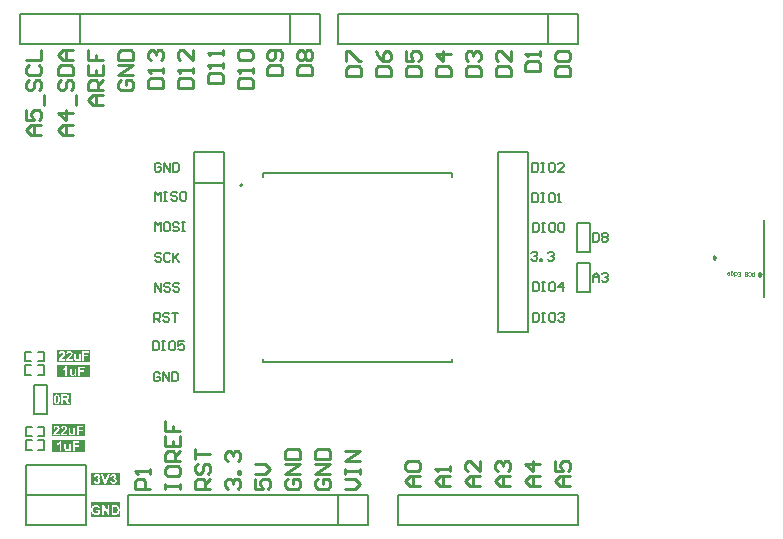
<source format=gto>
G04*
G04 #@! TF.GenerationSoftware,Altium Limited,Altium Designer,25.6.2 (33)*
G04*
G04 Layer_Color=65535*
%FSLAX44Y44*%
%MOMM*%
G71*
G04*
G04 #@! TF.SameCoordinates,9B6F8C68-430D-48FD-858A-4A9C4FCAB163*
G04*
G04*
G04 #@! TF.FilePolarity,Positive*
G04*
G01*
G75*
%ADD10C,0.2000*%
%ADD11C,0.1270*%
%ADD12C,0.2540*%
%ADD13C,0.1778*%
%ADD14C,0.1000*%
G36*
X104508Y70862D02*
Y66720D01*
X104496Y67131D01*
X104461Y67494D01*
X104449Y67670D01*
X104425Y67823D01*
X104402Y67976D01*
X104379Y68105D01*
X104343Y68222D01*
X104320Y68327D01*
X104296Y68421D01*
X104285Y68492D01*
X104261Y68551D01*
X104249Y68597D01*
X104238Y68621D01*
Y68633D01*
X104132Y68914D01*
X104003Y69172D01*
X103874Y69395D01*
X103745Y69583D01*
X103639Y69736D01*
X103545Y69853D01*
X103487Y69924D01*
X103475Y69947D01*
X103463D01*
X103264Y70135D01*
X103064Y70287D01*
X102853Y70416D01*
X102665Y70522D01*
X102501Y70604D01*
X102360Y70663D01*
X102313Y70675D01*
X102278Y70686D01*
X102255Y70698D01*
X102243D01*
X102020Y70757D01*
X101773Y70792D01*
X101515Y70827D01*
X101269Y70839D01*
X101046Y70851D01*
X100952Y70862D01*
X97713D01*
Y62742D01*
X100788D01*
X101104Y62754D01*
X101398Y62765D01*
X101644Y62789D01*
X101844Y62824D01*
X102008Y62859D01*
X102137Y62883D01*
X102172Y62894D01*
X102208D01*
X102219Y62906D01*
X102231D01*
X102489Y63000D01*
X102724Y63106D01*
X102912Y63211D01*
X103076Y63317D01*
X103205Y63411D01*
X103299Y63481D01*
X103358Y63528D01*
X103381Y63552D01*
X103581Y63774D01*
X103757Y64009D01*
X103909Y64255D01*
X104026Y64479D01*
X104120Y64690D01*
X104167Y64772D01*
X104191Y64842D01*
X104214Y64913D01*
X104238Y64960D01*
X104249Y64983D01*
Y64995D01*
X104332Y65276D01*
X104402Y65570D01*
X104449Y65851D01*
X104472Y66121D01*
X104484Y66251D01*
X104496Y66368D01*
Y66462D01*
X104508Y66556D01*
Y62742D01*
Y60452D01*
X80404D01*
Y62589D01*
Y66825D01*
X80428Y66391D01*
X80475Y65992D01*
X80557Y65628D01*
X80592Y65452D01*
X80639Y65300D01*
X80686Y65159D01*
X80721Y65030D01*
X80768Y64924D01*
X80803Y64831D01*
X80827Y64760D01*
X80850Y64701D01*
X80874Y64666D01*
Y64654D01*
X81073Y64303D01*
X81296Y63997D01*
X81531Y63727D01*
X81766Y63516D01*
X81871Y63422D01*
X81977Y63340D01*
X82059Y63270D01*
X82141Y63223D01*
X82200Y63176D01*
X82259Y63141D01*
X82282Y63129D01*
X82294Y63117D01*
X82481Y63023D01*
X82657Y62941D01*
X83045Y62812D01*
X83420Y62718D01*
X83760Y62660D01*
X83925Y62636D01*
X84066Y62613D01*
X84195Y62601D01*
X84312D01*
X84394Y62589D01*
X84523D01*
X84899Y62601D01*
X85251Y62648D01*
X85591Y62707D01*
X85885Y62777D01*
X86014Y62812D01*
X86131Y62847D01*
X86237Y62883D01*
X86330Y62906D01*
X86401Y62930D01*
X86448Y62953D01*
X86483Y62965D01*
X86495D01*
X86847Y63106D01*
X87140Y63258D01*
X87398Y63411D01*
X87621Y63540D01*
X87786Y63657D01*
X87844Y63704D01*
X87903Y63751D01*
X87938Y63786D01*
X87973Y63810D01*
X87997Y63833D01*
Y67095D01*
X84465D01*
Y65722D01*
X86342D01*
Y64678D01*
X86201Y64572D01*
X86049Y64479D01*
X85896Y64396D01*
X85755Y64326D01*
X85638Y64267D01*
X85533Y64220D01*
X85474Y64197D01*
X85462Y64185D01*
X85450D01*
X85263Y64115D01*
X85075Y64068D01*
X84899Y64033D01*
X84746Y64009D01*
X84605Y63997D01*
X84511Y63986D01*
X84418D01*
X84230Y63997D01*
X84042Y64021D01*
X83878Y64056D01*
X83714Y64103D01*
X83420Y64220D01*
X83303Y64279D01*
X83186Y64349D01*
X83080Y64420D01*
X82986Y64479D01*
X82916Y64549D01*
X82845Y64596D01*
X82798Y64643D01*
X82763Y64678D01*
X82740Y64701D01*
X82728Y64713D01*
X82622Y64854D01*
X82517Y65018D01*
X82435Y65183D01*
X82364Y65359D01*
X82247Y65722D01*
X82176Y66074D01*
X82153Y66239D01*
X82129Y66403D01*
X82118Y66532D01*
X82106Y66661D01*
X82094Y66755D01*
Y66837D01*
Y66884D01*
Y66896D01*
X82106Y67142D01*
X82118Y67365D01*
X82153Y67588D01*
X82188Y67788D01*
X82235Y67964D01*
X82294Y68128D01*
X82352Y68281D01*
X82411Y68421D01*
X82458Y68539D01*
X82517Y68644D01*
X82575Y68727D01*
X82622Y68797D01*
X82657Y68856D01*
X82693Y68891D01*
X82704Y68914D01*
X82716Y68926D01*
X82845Y69043D01*
X82974Y69161D01*
X83115Y69243D01*
X83256Y69325D01*
X83397Y69395D01*
X83538Y69454D01*
X83807Y69536D01*
X83937Y69560D01*
X84054Y69583D01*
X84159Y69595D01*
X84253Y69607D01*
X84324Y69618D01*
X84429D01*
X84688Y69607D01*
X84910Y69560D01*
X85110Y69513D01*
X85286Y69442D01*
X85415Y69384D01*
X85521Y69325D01*
X85579Y69278D01*
X85603Y69266D01*
X85767Y69125D01*
X85908Y68973D01*
X86025Y68820D01*
X86108Y68668D01*
X86178Y68527D01*
X86225Y68421D01*
X86248Y68351D01*
X86260Y68339D01*
Y68327D01*
X87891Y68633D01*
X87844Y68832D01*
X87774Y69032D01*
X87703Y69208D01*
X87610Y69372D01*
X87527Y69536D01*
X87434Y69677D01*
X87340Y69806D01*
X87246Y69924D01*
X87152Y70029D01*
X87070Y70123D01*
X86999Y70205D01*
X86929Y70264D01*
X86870Y70311D01*
X86823Y70358D01*
X86800Y70369D01*
X86788Y70381D01*
X86624Y70498D01*
X86448Y70592D01*
X86260Y70675D01*
X86060Y70745D01*
X85673Y70862D01*
X85298Y70933D01*
X85122Y70968D01*
X84958Y70980D01*
X84805Y70991D01*
X84676Y71003D01*
X84570Y71015D01*
X84429D01*
X84007Y71003D01*
X83631Y70956D01*
X83467Y70921D01*
X83303Y70886D01*
X83150Y70851D01*
X83021Y70815D01*
X82904Y70768D01*
X82787Y70733D01*
X82704Y70698D01*
X82622Y70675D01*
X82564Y70639D01*
X82517Y70627D01*
X82493Y70604D01*
X82481D01*
X82118Y70393D01*
X81965Y70264D01*
X81812Y70146D01*
X81672Y70017D01*
X81543Y69888D01*
X81425Y69759D01*
X81320Y69642D01*
X81237Y69524D01*
X81155Y69419D01*
X81085Y69325D01*
X81026Y69243D01*
X80991Y69172D01*
X80956Y69125D01*
X80944Y69090D01*
X80932Y69079D01*
X80838Y68891D01*
X80756Y68703D01*
X80627Y68316D01*
X80533Y67929D01*
X80475Y67588D01*
X80451Y67424D01*
X80428Y67283D01*
X80416Y67154D01*
Y67037D01*
X80404Y66955D01*
Y71015D01*
Y73152D01*
X104508D01*
Y70862D01*
D02*
G37*
G36*
X100576Y69478D02*
X100717D01*
X100835Y69466D01*
X100940D01*
X101046Y69454D01*
X101128D01*
X101257Y69431D01*
X101351Y69419D01*
X101410Y69407D01*
X101421D01*
X101586Y69360D01*
X101727Y69302D01*
X101856Y69243D01*
X101973Y69172D01*
X102055Y69114D01*
X102126Y69067D01*
X102161Y69032D01*
X102172Y69020D01*
X102278Y68903D01*
X102372Y68773D01*
X102454Y68644D01*
X102524Y68527D01*
X102571Y68410D01*
X102607Y68316D01*
X102630Y68257D01*
X102642Y68245D01*
Y68234D01*
X102701Y68022D01*
X102747Y67800D01*
X102771Y67553D01*
X102794Y67318D01*
X102806Y67119D01*
X102818Y67025D01*
Y66943D01*
Y66884D01*
Y66837D01*
Y66802D01*
Y66790D01*
X102806Y66462D01*
X102794Y66157D01*
X102759Y65910D01*
X102736Y65699D01*
X102701Y65523D01*
X102689Y65452D01*
X102665Y65406D01*
X102654Y65359D01*
Y65323D01*
X102642Y65312D01*
Y65300D01*
X102571Y65112D01*
X102513Y64948D01*
X102431Y64819D01*
X102372Y64713D01*
X102313Y64631D01*
X102266Y64572D01*
X102231Y64537D01*
X102219Y64525D01*
X102114Y64443D01*
X102008Y64373D01*
X101903Y64314D01*
X101797Y64267D01*
X101703Y64232D01*
X101633Y64209D01*
X101586Y64185D01*
X101562D01*
X101433Y64162D01*
X101281Y64150D01*
X101116Y64127D01*
X100952D01*
X100799Y64115D01*
X99356D01*
Y69489D01*
X100424D01*
X100576Y69478D01*
D02*
G37*
G36*
X104508Y87989D02*
X80404D01*
Y98149D01*
X104508D01*
Y87989D01*
D02*
G37*
G36*
X75015Y129036D02*
X47075D01*
Y139196D01*
X75015D01*
Y129036D01*
D02*
G37*
G36*
X79756Y179070D02*
X51816D01*
Y189230D01*
X79756D01*
Y179070D01*
D02*
G37*
G36*
X75015Y115829D02*
X47075D01*
Y125990D01*
X75015D01*
Y115829D01*
D02*
G37*
G36*
X79756Y192276D02*
X51816D01*
Y202436D01*
X79756D01*
Y192276D01*
D02*
G37*
G36*
X63246Y155448D02*
X48006D01*
Y165608D01*
X63246D01*
Y155448D01*
D02*
G37*
%LPC*%
G36*
X95976Y70862D02*
X94463D01*
Y65394D01*
X91107Y70862D01*
X89522D01*
Y62742D01*
X91036D01*
Y68093D01*
X94334Y62742D01*
X95976D01*
Y70862D01*
D02*
G37*
G36*
X96276Y97182D02*
X94527D01*
X92544Y91174D01*
X90479Y97182D01*
X88707D01*
X91617Y89062D01*
X93389D01*
X96276Y97182D01*
D02*
G37*
G36*
X99421Y97229D02*
X99315D01*
X99069Y97218D01*
X98846Y97194D01*
X98634Y97147D01*
X98458Y97100D01*
X98317Y97053D01*
X98200Y97006D01*
X98130Y96983D01*
X98118Y96971D01*
X98106D01*
X97919Y96865D01*
X97743Y96748D01*
X97602Y96631D01*
X97484Y96525D01*
X97390Y96419D01*
X97320Y96337D01*
X97273Y96290D01*
X97261Y96267D01*
X97156Y96091D01*
X97062Y95903D01*
X96992Y95704D01*
X96921Y95516D01*
X96874Y95340D01*
X96839Y95211D01*
X96827Y95152D01*
Y95117D01*
X96816Y95093D01*
Y95082D01*
X98247Y94847D01*
X98282Y95035D01*
X98329Y95199D01*
X98376Y95340D01*
X98435Y95445D01*
X98494Y95539D01*
X98540Y95610D01*
X98576Y95645D01*
X98587Y95657D01*
X98693Y95751D01*
X98810Y95821D01*
X98928Y95868D01*
X99033Y95903D01*
X99127Y95927D01*
X99198Y95938D01*
X99268D01*
X99409Y95927D01*
X99550Y95903D01*
X99655Y95856D01*
X99749Y95821D01*
X99831Y95774D01*
X99878Y95727D01*
X99914Y95704D01*
X99925Y95692D01*
X100007Y95598D01*
X100066Y95481D01*
X100113Y95375D01*
X100136Y95269D01*
X100160Y95176D01*
X100172Y95105D01*
Y95058D01*
Y95035D01*
X100160Y94859D01*
X100125Y94706D01*
X100066Y94577D01*
X100007Y94472D01*
X99937Y94378D01*
X99890Y94319D01*
X99843Y94272D01*
X99831Y94260D01*
X99691Y94166D01*
X99538Y94096D01*
X99374Y94049D01*
X99221Y94014D01*
X99080Y94002D01*
X98963Y93990D01*
X98857D01*
X98693Y92735D01*
X98846Y92770D01*
X98975Y92805D01*
X99104Y92829D01*
X99209Y92840D01*
X99291Y92852D01*
X99409D01*
X99573Y92840D01*
X99714Y92793D01*
X99843Y92746D01*
X99960Y92676D01*
X100042Y92617D01*
X100113Y92559D01*
X100160Y92512D01*
X100172Y92500D01*
X100277Y92359D01*
X100359Y92207D01*
X100418Y92054D01*
X100465Y91902D01*
X100489Y91761D01*
X100500Y91655D01*
Y91585D01*
Y91573D01*
Y91561D01*
X100489Y91338D01*
X100453Y91139D01*
X100395Y90963D01*
X100336Y90822D01*
X100266Y90716D01*
X100219Y90634D01*
X100172Y90576D01*
X100160Y90564D01*
X100031Y90447D01*
X99890Y90353D01*
X99761Y90294D01*
X99632Y90247D01*
X99515Y90224D01*
X99432Y90212D01*
X99374Y90200D01*
X99350D01*
X99186Y90212D01*
X99045Y90247D01*
X98916Y90294D01*
X98799Y90353D01*
X98716Y90400D01*
X98646Y90447D01*
X98599Y90482D01*
X98587Y90493D01*
X98482Y90623D01*
X98388Y90763D01*
X98329Y90916D01*
X98271Y91057D01*
X98235Y91186D01*
X98212Y91291D01*
X98200Y91362D01*
Y91374D01*
Y91385D01*
X96698Y91198D01*
X96722Y91010D01*
X96769Y90834D01*
X96874Y90505D01*
X97003Y90224D01*
X97085Y90106D01*
X97156Y89989D01*
X97226Y89883D01*
X97297Y89801D01*
X97355Y89719D01*
X97414Y89660D01*
X97461Y89613D01*
X97496Y89578D01*
X97520Y89555D01*
X97531Y89543D01*
X97672Y89437D01*
X97825Y89332D01*
X97965Y89249D01*
X98130Y89179D01*
X98435Y89062D01*
X98716Y88991D01*
X98857Y88968D01*
X98975Y88944D01*
X99080Y88933D01*
X99174Y88921D01*
X99256Y88909D01*
X99362D01*
X99573Y88921D01*
X99784Y88944D01*
X99972Y88980D01*
X100160Y89027D01*
X100324Y89085D01*
X100489Y89144D01*
X100641Y89214D01*
X100770Y89285D01*
X100887Y89355D01*
X101005Y89426D01*
X101087Y89484D01*
X101169Y89543D01*
X101228Y89590D01*
X101275Y89625D01*
X101298Y89649D01*
X101310Y89660D01*
X101451Y89801D01*
X101568Y89954D01*
X101674Y90106D01*
X101768Y90259D01*
X101838Y90423D01*
X101908Y90576D01*
X102002Y90857D01*
X102026Y90986D01*
X102049Y91115D01*
X102073Y91221D01*
X102084Y91315D01*
X102096Y91385D01*
Y91491D01*
X102073Y91761D01*
X102026Y91995D01*
X101967Y92218D01*
X101885Y92395D01*
X101803Y92547D01*
X101744Y92653D01*
X101697Y92723D01*
X101674Y92746D01*
X101509Y92922D01*
X101322Y93075D01*
X101134Y93192D01*
X100958Y93286D01*
X100805Y93357D01*
X100676Y93392D01*
X100629Y93415D01*
X100594D01*
X100571Y93427D01*
X100559D01*
X100770Y93556D01*
X100946Y93685D01*
X101099Y93826D01*
X101240Y93967D01*
X101357Y94108D01*
X101451Y94249D01*
X101521Y94389D01*
X101592Y94518D01*
X101638Y94648D01*
X101674Y94765D01*
X101697Y94871D01*
X101709Y94964D01*
X101721Y95035D01*
X101732Y95093D01*
Y95129D01*
Y95140D01*
X101721Y95281D01*
X101709Y95410D01*
X101638Y95668D01*
X101556Y95903D01*
X101451Y96103D01*
X101345Y96267D01*
X101251Y96384D01*
X101216Y96431D01*
X101181Y96466D01*
X101169Y96478D01*
X101157Y96490D01*
X101028Y96619D01*
X100876Y96736D01*
X100735Y96830D01*
X100582Y96912D01*
X100418Y96994D01*
X100266Y97053D01*
X99972Y97135D01*
X99843Y97170D01*
X99714Y97194D01*
X99608Y97206D01*
X99503Y97218D01*
X99421Y97229D01*
D02*
G37*
G36*
X85538D02*
X85433D01*
X85186Y97218D01*
X84963Y97194D01*
X84752Y97147D01*
X84576Y97100D01*
X84435Y97053D01*
X84318Y97006D01*
X84248Y96983D01*
X84236Y96971D01*
X84224D01*
X84036Y96865D01*
X83860Y96748D01*
X83719Y96631D01*
X83602Y96525D01*
X83508Y96419D01*
X83438Y96337D01*
X83391Y96290D01*
X83379Y96267D01*
X83273Y96091D01*
X83180Y95903D01*
X83109Y95704D01*
X83039Y95516D01*
X82992Y95340D01*
X82957Y95211D01*
X82945Y95152D01*
Y95117D01*
X82933Y95093D01*
Y95082D01*
X84365Y94847D01*
X84400Y95035D01*
X84447Y95199D01*
X84494Y95340D01*
X84553Y95445D01*
X84611Y95539D01*
X84658Y95610D01*
X84693Y95645D01*
X84705Y95657D01*
X84811Y95751D01*
X84928Y95821D01*
X85045Y95868D01*
X85151Y95903D01*
X85245Y95927D01*
X85315Y95938D01*
X85386D01*
X85527Y95927D01*
X85667Y95903D01*
X85773Y95856D01*
X85867Y95821D01*
X85949Y95774D01*
X85996Y95727D01*
X86031Y95704D01*
X86043Y95692D01*
X86125Y95598D01*
X86184Y95481D01*
X86231Y95375D01*
X86254Y95269D01*
X86278Y95176D01*
X86289Y95105D01*
Y95058D01*
Y95035D01*
X86278Y94859D01*
X86242Y94706D01*
X86184Y94577D01*
X86125Y94472D01*
X86055Y94378D01*
X86008Y94319D01*
X85961Y94272D01*
X85949Y94260D01*
X85808Y94166D01*
X85656Y94096D01*
X85491Y94049D01*
X85339Y94014D01*
X85198Y94002D01*
X85081Y93990D01*
X84975D01*
X84811Y92735D01*
X84963Y92770D01*
X85092Y92805D01*
X85222Y92829D01*
X85327Y92840D01*
X85409Y92852D01*
X85527D01*
X85691Y92840D01*
X85832Y92793D01*
X85961Y92746D01*
X86078Y92676D01*
X86160Y92617D01*
X86231Y92559D01*
X86278Y92512D01*
X86289Y92500D01*
X86395Y92359D01*
X86477Y92207D01*
X86536Y92054D01*
X86583Y91902D01*
X86606Y91761D01*
X86618Y91655D01*
Y91585D01*
Y91573D01*
Y91561D01*
X86606Y91338D01*
X86571Y91139D01*
X86512Y90963D01*
X86454Y90822D01*
X86383Y90716D01*
X86336Y90634D01*
X86289Y90576D01*
X86278Y90564D01*
X86149Y90447D01*
X86008Y90353D01*
X85879Y90294D01*
X85750Y90247D01*
X85632Y90224D01*
X85550Y90212D01*
X85491Y90200D01*
X85468D01*
X85304Y90212D01*
X85163Y90247D01*
X85034Y90294D01*
X84916Y90353D01*
X84834Y90400D01*
X84764Y90447D01*
X84717Y90482D01*
X84705Y90493D01*
X84600Y90623D01*
X84506Y90763D01*
X84447Y90916D01*
X84388Y91057D01*
X84353Y91186D01*
X84330Y91291D01*
X84318Y91362D01*
Y91374D01*
Y91385D01*
X82816Y91198D01*
X82839Y91010D01*
X82886Y90834D01*
X82992Y90505D01*
X83121Y90224D01*
X83203Y90106D01*
X83273Y89989D01*
X83344Y89883D01*
X83414Y89801D01*
X83473Y89719D01*
X83532Y89660D01*
X83579Y89613D01*
X83614Y89578D01*
X83637Y89555D01*
X83649Y89543D01*
X83790Y89437D01*
X83942Y89332D01*
X84083Y89249D01*
X84248Y89179D01*
X84553Y89062D01*
X84834Y88991D01*
X84975Y88968D01*
X85092Y88944D01*
X85198Y88933D01*
X85292Y88921D01*
X85374Y88909D01*
X85480D01*
X85691Y88921D01*
X85902Y88944D01*
X86090Y88980D01*
X86278Y89027D01*
X86442Y89085D01*
X86606Y89144D01*
X86759Y89214D01*
X86888Y89285D01*
X87005Y89355D01*
X87122Y89426D01*
X87205Y89484D01*
X87287Y89543D01*
X87346Y89590D01*
X87392Y89625D01*
X87416Y89649D01*
X87428Y89660D01*
X87569Y89801D01*
X87686Y89954D01*
X87791Y90106D01*
X87885Y90259D01*
X87956Y90423D01*
X88026Y90576D01*
X88120Y90857D01*
X88144Y90986D01*
X88167Y91115D01*
X88190Y91221D01*
X88202Y91315D01*
X88214Y91385D01*
Y91491D01*
X88190Y91761D01*
X88144Y91995D01*
X88085Y92218D01*
X88003Y92395D01*
X87921Y92547D01*
X87862Y92653D01*
X87815Y92723D01*
X87791Y92746D01*
X87627Y92922D01*
X87439Y93075D01*
X87252Y93192D01*
X87076Y93286D01*
X86923Y93357D01*
X86794Y93392D01*
X86747Y93415D01*
X86712D01*
X86688Y93427D01*
X86677D01*
X86888Y93556D01*
X87064Y93685D01*
X87216Y93826D01*
X87357Y93967D01*
X87475Y94108D01*
X87569Y94249D01*
X87639Y94389D01*
X87709Y94518D01*
X87756Y94648D01*
X87791Y94765D01*
X87815Y94871D01*
X87827Y94964D01*
X87838Y95035D01*
X87850Y95093D01*
Y95129D01*
Y95140D01*
X87838Y95281D01*
X87827Y95410D01*
X87756Y95668D01*
X87674Y95903D01*
X87569Y96103D01*
X87463Y96267D01*
X87369Y96384D01*
X87334Y96431D01*
X87299Y96466D01*
X87287Y96478D01*
X87275Y96490D01*
X87146Y96619D01*
X86994Y96736D01*
X86853Y96830D01*
X86700Y96912D01*
X86536Y96994D01*
X86383Y97053D01*
X86090Y97135D01*
X85961Y97170D01*
X85832Y97194D01*
X85726Y97206D01*
X85620Y97218D01*
X85538Y97229D01*
D02*
G37*
G36*
X66695Y135988D02*
X65135D01*
Y133500D01*
Y133277D01*
Y133077D01*
X65123Y132890D01*
X65111Y132725D01*
Y132573D01*
X65100Y132444D01*
X65088Y132338D01*
X65076Y132233D01*
X65064Y132150D01*
X65052Y132092D01*
X65041Y132033D01*
Y131986D01*
X65017Y131927D01*
Y131916D01*
X64970Y131798D01*
X64900Y131693D01*
X64830Y131610D01*
X64759Y131528D01*
X64689Y131458D01*
X64630Y131411D01*
X64595Y131388D01*
X64583Y131376D01*
X64466Y131305D01*
X64337Y131258D01*
X64219Y131212D01*
X64102Y131188D01*
X64008Y131176D01*
X63938Y131165D01*
X63867D01*
X63738Y131176D01*
X63633Y131188D01*
X63527Y131212D01*
X63445Y131247D01*
X63374Y131270D01*
X63327Y131294D01*
X63292Y131305D01*
X63281Y131317D01*
X63198Y131388D01*
X63140Y131458D01*
X63081Y131528D01*
X63046Y131599D01*
X63011Y131669D01*
X62987Y131716D01*
X62976Y131751D01*
Y131763D01*
X62964Y131822D01*
X62952Y131904D01*
X62940Y132009D01*
X62929Y132115D01*
X62917Y132361D01*
X62905Y132631D01*
X62893Y132878D01*
Y132984D01*
Y133077D01*
Y133160D01*
Y133218D01*
Y133265D01*
Y133277D01*
Y135988D01*
X61333D01*
Y132256D01*
X61344Y131963D01*
X61368Y131704D01*
X61403Y131481D01*
X61438Y131294D01*
X61473Y131141D01*
X61509Y131035D01*
X61532Y130977D01*
X61544Y130953D01*
X61638Y130789D01*
X61743Y130637D01*
X61849Y130519D01*
X61966Y130414D01*
X62060Y130331D01*
X62154Y130273D01*
X62201Y130238D01*
X62224Y130226D01*
X62400Y130144D01*
X62588Y130073D01*
X62764Y130026D01*
X62940Y130003D01*
X63081Y129979D01*
X63187Y129968D01*
X63292D01*
X63503Y129979D01*
X63703Y130003D01*
X63891Y130050D01*
X64055Y130097D01*
X64196Y130144D01*
X64302Y130191D01*
X64372Y130214D01*
X64395Y130226D01*
X64583Y130331D01*
X64747Y130461D01*
X64900Y130578D01*
X65017Y130707D01*
X65123Y130813D01*
X65193Y130895D01*
X65240Y130953D01*
X65252Y130977D01*
Y130097D01*
X66695D01*
Y135988D01*
D02*
G37*
G36*
X73889Y138217D02*
X68315D01*
Y130097D01*
X69958D01*
Y133547D01*
X73349D01*
Y134920D01*
X69958D01*
Y136844D01*
X73889D01*
Y138217D01*
D02*
G37*
G36*
X57507Y138264D02*
X57390D01*
X57190Y138252D01*
X57003Y138241D01*
X56639Y138182D01*
X56334Y138088D01*
X56193Y138041D01*
X56064Y137983D01*
X55946Y137936D01*
X55852Y137877D01*
X55759Y137830D01*
X55688Y137795D01*
X55630Y137748D01*
X55594Y137724D01*
X55571Y137713D01*
X55559Y137701D01*
X55430Y137584D01*
X55313Y137466D01*
X55207Y137325D01*
X55113Y137173D01*
X54972Y136868D01*
X54855Y136574D01*
X54820Y136422D01*
X54785Y136293D01*
X54749Y136175D01*
X54738Y136070D01*
X54714Y135976D01*
Y135917D01*
X54702Y135870D01*
Y135858D01*
X56251Y135706D01*
X56275Y135941D01*
X56322Y136140D01*
X56369Y136316D01*
X56427Y136445D01*
X56474Y136551D01*
X56521Y136621D01*
X56557Y136668D01*
X56568Y136680D01*
X56686Y136774D01*
X56815Y136844D01*
X56944Y136903D01*
X57073Y136938D01*
X57179Y136962D01*
X57272Y136973D01*
X57354D01*
X57530Y136962D01*
X57683Y136926D01*
X57812Y136879D01*
X57930Y136833D01*
X58012Y136786D01*
X58082Y136739D01*
X58117Y136703D01*
X58129Y136692D01*
X58223Y136574D01*
X58293Y136445D01*
X58340Y136316D01*
X58375Y136187D01*
X58399Y136070D01*
X58411Y135964D01*
Y135905D01*
Y135894D01*
Y135882D01*
X58399Y135706D01*
X58364Y135542D01*
X58305Y135377D01*
X58246Y135237D01*
X58188Y135107D01*
X58129Y135014D01*
X58094Y134955D01*
X58082Y134931D01*
X58035Y134861D01*
X57965Y134779D01*
X57871Y134673D01*
X57777Y134579D01*
X57566Y134356D01*
X57354Y134134D01*
X57143Y133922D01*
X57049Y133828D01*
X56955Y133758D01*
X56885Y133688D01*
X56838Y133641D01*
X56803Y133605D01*
X56791Y133594D01*
X56557Y133371D01*
X56345Y133160D01*
X56146Y132960D01*
X55970Y132784D01*
X55806Y132608D01*
X55665Y132444D01*
X55536Y132303D01*
X55430Y132162D01*
X55336Y132045D01*
X55254Y131939D01*
X55184Y131857D01*
X55137Y131775D01*
X55090Y131728D01*
X55066Y131681D01*
X55043Y131657D01*
Y131646D01*
X54890Y131376D01*
X54773Y131094D01*
X54679Y130836D01*
X54609Y130601D01*
X54562Y130390D01*
X54550Y130308D01*
X54538Y130238D01*
X54526Y130179D01*
X54515Y130132D01*
Y130097D01*
X59971D01*
Y131540D01*
X56873D01*
X56967Y131693D01*
X57073Y131822D01*
X57120Y131880D01*
X57155Y131927D01*
X57179Y131951D01*
X57190Y131963D01*
X57237Y132009D01*
X57284Y132068D01*
X57425Y132197D01*
X57578Y132350D01*
X57730Y132502D01*
X57883Y132643D01*
X58012Y132760D01*
X58059Y132808D01*
X58094Y132843D01*
X58117Y132854D01*
X58129Y132866D01*
X58387Y133113D01*
X58598Y133312D01*
X58774Y133500D01*
X58915Y133641D01*
X59021Y133758D01*
X59091Y133840D01*
X59138Y133899D01*
X59150Y133911D01*
X59303Y134110D01*
X59432Y134298D01*
X59537Y134474D01*
X59619Y134626D01*
X59690Y134755D01*
X59737Y134861D01*
X59760Y134920D01*
X59772Y134943D01*
X59842Y135131D01*
X59889Y135319D01*
X59924Y135495D01*
X59948Y135659D01*
X59960Y135788D01*
X59971Y135894D01*
Y135988D01*
X59960Y136164D01*
X59936Y136340D01*
X59913Y136504D01*
X59866Y136657D01*
X59748Y136926D01*
X59631Y137161D01*
X59561Y137267D01*
X59502Y137349D01*
X59443Y137431D01*
X59385Y137490D01*
X59338Y137537D01*
X59314Y137584D01*
X59291Y137595D01*
X59279Y137607D01*
X59150Y137724D01*
X58997Y137830D01*
X58857Y137912D01*
X58692Y137983D01*
X58387Y138100D01*
X58082Y138182D01*
X57941Y138205D01*
X57812Y138229D01*
X57695Y138241D01*
X57589Y138252D01*
X57507Y138264D01*
D02*
G37*
G36*
X51194D02*
X51076D01*
X50877Y138252D01*
X50689Y138241D01*
X50325Y138182D01*
X50020Y138088D01*
X49879Y138041D01*
X49750Y137983D01*
X49633Y137936D01*
X49539Y137877D01*
X49445Y137830D01*
X49375Y137795D01*
X49316Y137748D01*
X49281Y137724D01*
X49257Y137713D01*
X49246Y137701D01*
X49117Y137584D01*
X48999Y137466D01*
X48894Y137325D01*
X48800Y137173D01*
X48659Y136868D01*
X48542Y136574D01*
X48506Y136422D01*
X48471Y136293D01*
X48436Y136175D01*
X48424Y136070D01*
X48401Y135976D01*
Y135917D01*
X48389Y135870D01*
Y135858D01*
X49938Y135706D01*
X49962Y135941D01*
X50009Y136140D01*
X50055Y136316D01*
X50114Y136445D01*
X50161Y136551D01*
X50208Y136621D01*
X50243Y136668D01*
X50255Y136680D01*
X50372Y136774D01*
X50501Y136844D01*
X50630Y136903D01*
X50760Y136938D01*
X50865Y136962D01*
X50959Y136973D01*
X51041D01*
X51217Y136962D01*
X51370Y136926D01*
X51499Y136879D01*
X51616Y136833D01*
X51698Y136786D01*
X51769Y136739D01*
X51804Y136703D01*
X51816Y136692D01*
X51909Y136574D01*
X51980Y136445D01*
X52027Y136316D01*
X52062Y136187D01*
X52086Y136070D01*
X52097Y135964D01*
Y135905D01*
Y135894D01*
Y135882D01*
X52086Y135706D01*
X52050Y135542D01*
X51992Y135377D01*
X51933Y135237D01*
X51874Y135107D01*
X51816Y135014D01*
X51781Y134955D01*
X51769Y134931D01*
X51722Y134861D01*
X51651Y134779D01*
X51557Y134673D01*
X51464Y134579D01*
X51252Y134356D01*
X51041Y134134D01*
X50830Y133922D01*
X50736Y133828D01*
X50642Y133758D01*
X50572Y133688D01*
X50525Y133641D01*
X50490Y133605D01*
X50478Y133594D01*
X50243Y133371D01*
X50032Y133160D01*
X49833Y132960D01*
X49657Y132784D01*
X49492Y132608D01*
X49351Y132444D01*
X49222Y132303D01*
X49117Y132162D01*
X49023Y132045D01*
X48941Y131939D01*
X48870Y131857D01*
X48823Y131775D01*
X48776Y131728D01*
X48753Y131681D01*
X48729Y131657D01*
Y131646D01*
X48577Y131376D01*
X48460Y131094D01*
X48366Y130836D01*
X48295Y130601D01*
X48248Y130390D01*
X48237Y130308D01*
X48225Y130238D01*
X48213Y130179D01*
X48201Y130132D01*
Y130097D01*
X53658D01*
Y131540D01*
X50560D01*
X50654Y131693D01*
X50760Y131822D01*
X50806Y131880D01*
X50842Y131927D01*
X50865Y131951D01*
X50877Y131963D01*
X50924Y132009D01*
X50971Y132068D01*
X51112Y132197D01*
X51264Y132350D01*
X51417Y132502D01*
X51569Y132643D01*
X51698Y132760D01*
X51745Y132808D01*
X51781Y132843D01*
X51804Y132854D01*
X51816Y132866D01*
X52074Y133113D01*
X52285Y133312D01*
X52461Y133500D01*
X52602Y133641D01*
X52708Y133758D01*
X52778Y133840D01*
X52825Y133899D01*
X52837Y133911D01*
X52989Y134110D01*
X53118Y134298D01*
X53224Y134474D01*
X53306Y134626D01*
X53376Y134755D01*
X53423Y134861D01*
X53447Y134920D01*
X53458Y134943D01*
X53529Y135131D01*
X53576Y135319D01*
X53611Y135495D01*
X53635Y135659D01*
X53646Y135788D01*
X53658Y135894D01*
Y135988D01*
X53646Y136164D01*
X53623Y136340D01*
X53599Y136504D01*
X53552Y136657D01*
X53435Y136926D01*
X53318Y137161D01*
X53247Y137267D01*
X53189Y137349D01*
X53130Y137431D01*
X53071Y137490D01*
X53024Y137537D01*
X53001Y137584D01*
X52977Y137595D01*
X52966Y137607D01*
X52837Y137724D01*
X52684Y137830D01*
X52543Y137912D01*
X52379Y137983D01*
X52074Y138100D01*
X51769Y138182D01*
X51628Y138205D01*
X51499Y138229D01*
X51382Y138241D01*
X51276Y138252D01*
X51194Y138264D01*
D02*
G37*
G36*
X67975Y186022D02*
X66414D01*
Y183534D01*
Y183311D01*
Y183111D01*
X66402Y182924D01*
X66390Y182759D01*
Y182607D01*
X66379Y182478D01*
X66367Y182372D01*
X66355Y182267D01*
X66343Y182184D01*
X66332Y182126D01*
X66320Y182067D01*
Y182020D01*
X66297Y181961D01*
Y181950D01*
X66249Y181832D01*
X66179Y181727D01*
X66109Y181645D01*
X66038Y181562D01*
X65968Y181492D01*
X65909Y181445D01*
X65874Y181422D01*
X65862Y181410D01*
X65745Y181339D01*
X65616Y181293D01*
X65498Y181246D01*
X65381Y181222D01*
X65287Y181210D01*
X65217Y181199D01*
X65146D01*
X65017Y181210D01*
X64912Y181222D01*
X64806Y181246D01*
X64724Y181281D01*
X64654Y181304D01*
X64607Y181328D01*
X64571Y181339D01*
X64560Y181351D01*
X64478Y181422D01*
X64419Y181492D01*
X64360Y181562D01*
X64325Y181633D01*
X64290Y181703D01*
X64266Y181750D01*
X64255Y181785D01*
Y181797D01*
X64243Y181856D01*
X64231Y181938D01*
X64219Y182044D01*
X64208Y182149D01*
X64196Y182396D01*
X64184Y182666D01*
X64173Y182912D01*
Y183018D01*
Y183111D01*
Y183194D01*
Y183252D01*
Y183299D01*
Y183311D01*
Y186022D01*
X62612D01*
Y182290D01*
X62624Y181997D01*
X62647Y181738D01*
X62682Y181516D01*
X62717Y181328D01*
X62753Y181175D01*
X62788Y181070D01*
X62811Y181011D01*
X62823Y180987D01*
X62917Y180823D01*
X63022Y180671D01*
X63128Y180553D01*
X63245Y180448D01*
X63339Y180366D01*
X63433Y180307D01*
X63480Y180272D01*
X63504Y180260D01*
X63680Y180178D01*
X63867Y180107D01*
X64043Y180060D01*
X64219Y180037D01*
X64360Y180014D01*
X64466Y180002D01*
X64571D01*
X64783Y180014D01*
X64982Y180037D01*
X65170Y180084D01*
X65334Y180131D01*
X65475Y180178D01*
X65581Y180225D01*
X65651Y180248D01*
X65675Y180260D01*
X65862Y180366D01*
X66027Y180495D01*
X66179Y180612D01*
X66297Y180741D01*
X66402Y180847D01*
X66473Y180929D01*
X66519Y180987D01*
X66531Y181011D01*
Y180131D01*
X67975D01*
Y186022D01*
D02*
G37*
G36*
X75168Y188251D02*
X69594D01*
Y180131D01*
X71237D01*
Y183581D01*
X74628D01*
Y184954D01*
X71237D01*
Y186878D01*
X75168D01*
Y188251D01*
D02*
G37*
G36*
X59971Y188298D02*
X58704D01*
X58587Y188028D01*
X58434Y187782D01*
X58270Y187547D01*
X58106Y187360D01*
X57965Y187207D01*
X57836Y187090D01*
X57789Y187043D01*
X57754Y187007D01*
X57730Y186996D01*
X57718Y186984D01*
X57460Y186796D01*
X57214Y186632D01*
X56991Y186503D01*
X56791Y186409D01*
X56627Y186339D01*
X56510Y186280D01*
X56463Y186268D01*
X56427Y186256D01*
X56416Y186245D01*
X56404D01*
Y184837D01*
X56827Y185001D01*
X57202Y185177D01*
X57378Y185271D01*
X57542Y185376D01*
X57695Y185470D01*
X57836Y185564D01*
X57965Y185658D01*
X58082Y185740D01*
X58176Y185811D01*
X58258Y185881D01*
X58328Y185940D01*
X58376Y185975D01*
X58399Y185998D01*
X58411Y186010D01*
Y180131D01*
X59971D01*
Y188298D01*
D02*
G37*
G36*
X63234Y122781D02*
X61673D01*
Y120293D01*
Y120070D01*
Y119871D01*
X61661Y119683D01*
X61649Y119519D01*
Y119366D01*
X61638Y119237D01*
X61626Y119132D01*
X61614Y119026D01*
X61603Y118944D01*
X61591Y118885D01*
X61579Y118827D01*
Y118780D01*
X61556Y118721D01*
Y118709D01*
X61509Y118592D01*
X61438Y118486D01*
X61368Y118404D01*
X61297Y118322D01*
X61227Y118252D01*
X61168Y118205D01*
X61133Y118181D01*
X61121Y118169D01*
X61004Y118099D01*
X60875Y118052D01*
X60758Y118005D01*
X60640Y117982D01*
X60546Y117970D01*
X60476Y117958D01*
X60406D01*
X60276Y117970D01*
X60171Y117982D01*
X60065Y118005D01*
X59983Y118040D01*
X59913Y118064D01*
X59866Y118087D01*
X59830Y118099D01*
X59819Y118111D01*
X59737Y118181D01*
X59678Y118252D01*
X59619Y118322D01*
X59584Y118392D01*
X59549Y118463D01*
X59525Y118510D01*
X59514Y118545D01*
Y118557D01*
X59502Y118615D01*
X59490Y118698D01*
X59479Y118803D01*
X59467Y118909D01*
X59455Y119155D01*
X59443Y119425D01*
X59432Y119671D01*
Y119777D01*
Y119871D01*
Y119953D01*
Y120012D01*
Y120059D01*
Y120070D01*
Y122781D01*
X57871D01*
Y119050D01*
X57883Y118756D01*
X57906Y118498D01*
X57941Y118275D01*
X57976Y118087D01*
X58012Y117935D01*
X58047Y117829D01*
X58070Y117771D01*
X58082Y117747D01*
X58176Y117583D01*
X58281Y117430D01*
X58387Y117313D01*
X58505Y117207D01*
X58598Y117125D01*
X58692Y117066D01*
X58739Y117031D01*
X58763Y117019D01*
X58939Y116937D01*
X59127Y116867D01*
X59303Y116820D01*
X59479Y116797D01*
X59619Y116773D01*
X59725Y116761D01*
X59830D01*
X60042Y116773D01*
X60241Y116797D01*
X60429Y116843D01*
X60593Y116890D01*
X60734Y116937D01*
X60840Y116984D01*
X60910Y117008D01*
X60934Y117019D01*
X61121Y117125D01*
X61286Y117254D01*
X61438Y117372D01*
X61556Y117501D01*
X61661Y117606D01*
X61732Y117688D01*
X61778Y117747D01*
X61790Y117771D01*
Y116890D01*
X63234D01*
Y122781D01*
D02*
G37*
G36*
X70427Y125011D02*
X64853D01*
Y116890D01*
X66496D01*
Y120340D01*
X69887D01*
Y121713D01*
X66496D01*
Y123638D01*
X70427D01*
Y125011D01*
D02*
G37*
G36*
X55230Y125058D02*
X53963D01*
X53846Y124788D01*
X53693Y124541D01*
X53529Y124307D01*
X53365Y124119D01*
X53224Y123966D01*
X53095Y123849D01*
X53048Y123802D01*
X53013Y123767D01*
X52989Y123755D01*
X52977Y123743D01*
X52719Y123556D01*
X52473Y123391D01*
X52250Y123262D01*
X52050Y123168D01*
X51886Y123098D01*
X51769Y123039D01*
X51722Y123028D01*
X51687Y123016D01*
X51675Y123004D01*
X51663D01*
Y121596D01*
X52086Y121760D01*
X52461Y121936D01*
X52637Y122030D01*
X52801Y122136D01*
X52954Y122230D01*
X53095Y122324D01*
X53224Y122417D01*
X53341Y122500D01*
X53435Y122570D01*
X53517Y122640D01*
X53588Y122699D01*
X53635Y122734D01*
X53658Y122758D01*
X53670Y122769D01*
Y116890D01*
X55230D01*
Y125058D01*
D02*
G37*
G36*
X71436Y199228D02*
X69876D01*
Y196740D01*
Y196517D01*
Y196318D01*
X69864Y196130D01*
X69852Y195966D01*
Y195813D01*
X69840Y195684D01*
X69829Y195579D01*
X69817Y195473D01*
X69805Y195391D01*
X69793Y195332D01*
X69782Y195273D01*
Y195226D01*
X69758Y195168D01*
Y195156D01*
X69711Y195039D01*
X69641Y194933D01*
X69570Y194851D01*
X69500Y194769D01*
X69430Y194698D01*
X69371Y194652D01*
X69336Y194628D01*
X69324Y194616D01*
X69207Y194546D01*
X69078Y194499D01*
X68960Y194452D01*
X68843Y194429D01*
X68749Y194417D01*
X68679Y194405D01*
X68608D01*
X68479Y194417D01*
X68373Y194429D01*
X68268Y194452D01*
X68186Y194487D01*
X68115Y194511D01*
X68068Y194534D01*
X68033Y194546D01*
X68021Y194558D01*
X67939Y194628D01*
X67881Y194698D01*
X67822Y194769D01*
X67787Y194839D01*
X67752Y194910D01*
X67728Y194957D01*
X67716Y194992D01*
Y195004D01*
X67705Y195062D01*
X67693Y195144D01*
X67681Y195250D01*
X67669Y195356D01*
X67658Y195602D01*
X67646Y195872D01*
X67634Y196118D01*
Y196224D01*
Y196318D01*
Y196400D01*
Y196459D01*
Y196506D01*
Y196517D01*
Y199228D01*
X66073D01*
Y195496D01*
X66085Y195203D01*
X66109Y194945D01*
X66144Y194722D01*
X66179Y194534D01*
X66214Y194382D01*
X66249Y194276D01*
X66273Y194217D01*
X66285Y194194D01*
X66379Y194030D01*
X66484Y193877D01*
X66590Y193760D01*
X66707Y193654D01*
X66801Y193572D01*
X66895Y193513D01*
X66942Y193478D01*
X66965Y193466D01*
X67141Y193384D01*
X67329Y193314D01*
X67505Y193267D01*
X67681Y193243D01*
X67822Y193220D01*
X67928Y193208D01*
X68033D01*
X68244Y193220D01*
X68444Y193243D01*
X68632Y193290D01*
X68796Y193337D01*
X68937Y193384D01*
X69042Y193431D01*
X69113Y193455D01*
X69136Y193466D01*
X69324Y193572D01*
X69488Y193701D01*
X69641Y193818D01*
X69758Y193947D01*
X69864Y194053D01*
X69934Y194135D01*
X69981Y194194D01*
X69993Y194217D01*
Y193337D01*
X71436D01*
Y199228D01*
D02*
G37*
G36*
X78630Y201458D02*
X73056D01*
Y193337D01*
X74699D01*
Y196787D01*
X78090D01*
Y198160D01*
X74699D01*
Y200085D01*
X78630D01*
Y201458D01*
D02*
G37*
G36*
X62248Y201505D02*
X62131D01*
X61931Y201493D01*
X61743Y201481D01*
X61380Y201423D01*
X61075Y201329D01*
X60934Y201282D01*
X60805Y201223D01*
X60687Y201176D01*
X60593Y201117D01*
X60500Y201070D01*
X60429Y201035D01*
X60370Y200988D01*
X60335Y200965D01*
X60312Y200953D01*
X60300Y200941D01*
X60171Y200824D01*
X60054Y200707D01*
X59948Y200566D01*
X59854Y200413D01*
X59713Y200108D01*
X59596Y199815D01*
X59561Y199662D01*
X59525Y199533D01*
X59490Y199416D01*
X59479Y199310D01*
X59455Y199216D01*
Y199158D01*
X59443Y199111D01*
Y199099D01*
X60992Y198946D01*
X61016Y199181D01*
X61063Y199381D01*
X61110Y199557D01*
X61168Y199686D01*
X61215Y199791D01*
X61262Y199862D01*
X61297Y199909D01*
X61309Y199920D01*
X61427Y200014D01*
X61556Y200085D01*
X61685Y200143D01*
X61814Y200179D01*
X61919Y200202D01*
X62013Y200214D01*
X62095D01*
X62271Y200202D01*
X62424Y200167D01*
X62553Y200120D01*
X62670Y200073D01*
X62753Y200026D01*
X62823Y199979D01*
X62858Y199944D01*
X62870Y199932D01*
X62964Y199815D01*
X63034Y199686D01*
X63081Y199557D01*
X63116Y199428D01*
X63140Y199310D01*
X63151Y199205D01*
Y199146D01*
Y199134D01*
Y199123D01*
X63140Y198946D01*
X63105Y198782D01*
X63046Y198618D01*
X62987Y198477D01*
X62929Y198348D01*
X62870Y198254D01*
X62835Y198195D01*
X62823Y198172D01*
X62776Y198102D01*
X62706Y198019D01*
X62612Y197914D01*
X62518Y197820D01*
X62307Y197597D01*
X62095Y197374D01*
X61884Y197163D01*
X61790Y197069D01*
X61696Y196999D01*
X61626Y196928D01*
X61579Y196881D01*
X61544Y196846D01*
X61532Y196834D01*
X61297Y196611D01*
X61086Y196400D01*
X60887Y196201D01*
X60711Y196024D01*
X60546Y195849D01*
X60406Y195684D01*
X60276Y195543D01*
X60171Y195403D01*
X60077Y195285D01*
X59995Y195180D01*
X59925Y195097D01*
X59878Y195015D01*
X59831Y194968D01*
X59807Y194921D01*
X59784Y194898D01*
Y194886D01*
X59631Y194616D01*
X59514Y194335D01*
X59420Y194076D01*
X59349Y193842D01*
X59303Y193631D01*
X59291Y193548D01*
X59279Y193478D01*
X59267Y193419D01*
X59256Y193372D01*
Y193337D01*
X64712D01*
Y194781D01*
X61614D01*
X61708Y194933D01*
X61814Y195062D01*
X61861Y195121D01*
X61896Y195168D01*
X61919Y195191D01*
X61931Y195203D01*
X61978Y195250D01*
X62025Y195309D01*
X62166Y195438D01*
X62318Y195590D01*
X62471Y195743D01*
X62624Y195884D01*
X62753Y196001D01*
X62800Y196048D01*
X62835Y196083D01*
X62858Y196095D01*
X62870Y196107D01*
X63128Y196353D01*
X63339Y196553D01*
X63515Y196740D01*
X63656Y196881D01*
X63762Y196999D01*
X63832Y197081D01*
X63879Y197139D01*
X63891Y197151D01*
X64043Y197351D01*
X64173Y197538D01*
X64278Y197714D01*
X64360Y197867D01*
X64431Y197996D01*
X64478Y198102D01*
X64501Y198160D01*
X64513Y198184D01*
X64583Y198371D01*
X64630Y198559D01*
X64665Y198735D01*
X64689Y198899D01*
X64700Y199029D01*
X64712Y199134D01*
Y199228D01*
X64700Y199404D01*
X64677Y199580D01*
X64654Y199744D01*
X64607Y199897D01*
X64489Y200167D01*
X64372Y200402D01*
X64302Y200507D01*
X64243Y200589D01*
X64184Y200672D01*
X64125Y200730D01*
X64079Y200777D01*
X64055Y200824D01*
X64032Y200836D01*
X64020Y200847D01*
X63891Y200965D01*
X63738Y201070D01*
X63597Y201153D01*
X63433Y201223D01*
X63128Y201340D01*
X62823Y201423D01*
X62682Y201446D01*
X62553Y201469D01*
X62436Y201481D01*
X62330Y201493D01*
X62248Y201505D01*
D02*
G37*
G36*
X55935D02*
X55817D01*
X55618Y201493D01*
X55430Y201481D01*
X55066Y201423D01*
X54761Y201329D01*
X54620Y201282D01*
X54491Y201223D01*
X54374Y201176D01*
X54280Y201117D01*
X54186Y201070D01*
X54116Y201035D01*
X54057Y200988D01*
X54022Y200965D01*
X53998Y200953D01*
X53987Y200941D01*
X53858Y200824D01*
X53740Y200707D01*
X53635Y200566D01*
X53541Y200413D01*
X53400Y200108D01*
X53283Y199815D01*
X53247Y199662D01*
X53212Y199533D01*
X53177Y199416D01*
X53165Y199310D01*
X53142Y199216D01*
Y199158D01*
X53130Y199111D01*
Y199099D01*
X54679Y198946D01*
X54703Y199181D01*
X54749Y199381D01*
X54796Y199557D01*
X54855Y199686D01*
X54902Y199791D01*
X54949Y199862D01*
X54984Y199909D01*
X54996Y199920D01*
X55113Y200014D01*
X55242Y200085D01*
X55371Y200143D01*
X55500Y200179D01*
X55606Y200202D01*
X55700Y200214D01*
X55782D01*
X55958Y200202D01*
X56111Y200167D01*
X56240Y200120D01*
X56357Y200073D01*
X56439Y200026D01*
X56510Y199979D01*
X56545Y199944D01*
X56557Y199932D01*
X56651Y199815D01*
X56721Y199686D01*
X56768Y199557D01*
X56803Y199428D01*
X56827Y199310D01*
X56838Y199205D01*
Y199146D01*
Y199134D01*
Y199123D01*
X56827Y198946D01*
X56791Y198782D01*
X56733Y198618D01*
X56674Y198477D01*
X56615Y198348D01*
X56557Y198254D01*
X56521Y198195D01*
X56510Y198172D01*
X56463Y198102D01*
X56392Y198019D01*
X56298Y197914D01*
X56205Y197820D01*
X55993Y197597D01*
X55782Y197374D01*
X55571Y197163D01*
X55477Y197069D01*
X55383Y196999D01*
X55313Y196928D01*
X55266Y196881D01*
X55230Y196846D01*
X55219Y196834D01*
X54984Y196611D01*
X54773Y196400D01*
X54573Y196201D01*
X54397Y196024D01*
X54233Y195849D01*
X54092Y195684D01*
X53963Y195543D01*
X53858Y195403D01*
X53764Y195285D01*
X53682Y195180D01*
X53611Y195097D01*
X53564Y195015D01*
X53517Y194968D01*
X53494Y194921D01*
X53470Y194898D01*
Y194886D01*
X53318Y194616D01*
X53200Y194335D01*
X53106Y194076D01*
X53036Y193842D01*
X52989Y193631D01*
X52977Y193548D01*
X52966Y193478D01*
X52954Y193419D01*
X52942Y193372D01*
Y193337D01*
X58399D01*
Y194781D01*
X55301D01*
X55395Y194933D01*
X55500Y195062D01*
X55547Y195121D01*
X55583Y195168D01*
X55606Y195191D01*
X55618Y195203D01*
X55665Y195250D01*
X55712Y195309D01*
X55852Y195438D01*
X56005Y195590D01*
X56158Y195743D01*
X56310Y195884D01*
X56439Y196001D01*
X56486Y196048D01*
X56521Y196083D01*
X56545Y196095D01*
X56557Y196107D01*
X56815Y196353D01*
X57026Y196553D01*
X57202Y196740D01*
X57343Y196881D01*
X57448Y196999D01*
X57519Y197081D01*
X57566Y197139D01*
X57578Y197151D01*
X57730Y197351D01*
X57859Y197538D01*
X57965Y197714D01*
X58047Y197867D01*
X58117Y197996D01*
X58164Y198102D01*
X58188Y198160D01*
X58200Y198184D01*
X58270Y198371D01*
X58317Y198559D01*
X58352Y198735D01*
X58376Y198899D01*
X58387Y199029D01*
X58399Y199134D01*
Y199228D01*
X58387Y199404D01*
X58364Y199580D01*
X58340Y199744D01*
X58293Y199897D01*
X58176Y200167D01*
X58059Y200402D01*
X57988Y200507D01*
X57930Y200589D01*
X57871Y200672D01*
X57812Y200730D01*
X57765Y200777D01*
X57742Y200824D01*
X57718Y200836D01*
X57707Y200847D01*
X57578Y200965D01*
X57425Y201070D01*
X57284Y201153D01*
X57120Y201223D01*
X56815Y201340D01*
X56510Y201423D01*
X56369Y201446D01*
X56240Y201469D01*
X56122Y201481D01*
X56017Y201493D01*
X55935Y201505D01*
D02*
G37*
G36*
X58970Y164641D02*
X55309D01*
Y156521D01*
X56952D01*
Y159912D01*
X57480D01*
X57644Y159900D01*
X57785Y159888D01*
X57903Y159865D01*
X57996Y159853D01*
X58055Y159830D01*
X58090Y159818D01*
X58102D01*
X58196Y159771D01*
X58290Y159724D01*
X58372Y159665D01*
X58454Y159619D01*
X58513Y159560D01*
X58560Y159513D01*
X58583Y159489D01*
X58595Y159478D01*
X58642Y159419D01*
X58700Y159360D01*
X58830Y159184D01*
X58970Y158997D01*
X59123Y158785D01*
X59252Y158598D01*
X59311Y158504D01*
X59358Y158433D01*
X59405Y158375D01*
X59440Y158328D01*
X59451Y158293D01*
X59463Y158281D01*
X60637Y156521D01*
X62608D01*
X61611Y158105D01*
X61505Y158269D01*
X61399Y158433D01*
X61306Y158574D01*
X61212Y158703D01*
X61130Y158821D01*
X61059Y158938D01*
X60918Y159114D01*
X60813Y159255D01*
X60742Y159349D01*
X60684Y159407D01*
X60672Y159419D01*
X60543Y159560D01*
X60390Y159689D01*
X60250Y159795D01*
X60109Y159900D01*
X59991Y159982D01*
X59897Y160041D01*
X59827Y160088D01*
X59815Y160100D01*
X59804D01*
X60003Y160135D01*
X60179Y160182D01*
X60343Y160229D01*
X60508Y160287D01*
X60648Y160346D01*
X60778Y160405D01*
X60907Y160464D01*
X61012Y160534D01*
X61106Y160592D01*
X61188Y160651D01*
X61259Y160710D01*
X61306Y160757D01*
X61353Y160792D01*
X61388Y160827D01*
X61399Y160839D01*
X61411Y160851D01*
X61505Y160968D01*
X61587Y161085D01*
X61728Y161344D01*
X61822Y161590D01*
X61881Y161836D01*
X61928Y162048D01*
X61939Y162130D01*
Y162212D01*
X61951Y162271D01*
Y162329D01*
Y162353D01*
Y162365D01*
X61939Y162623D01*
X61892Y162869D01*
X61834Y163080D01*
X61775Y163268D01*
X61705Y163421D01*
X61646Y163538D01*
X61623Y163573D01*
X61599Y163608D01*
X61587Y163620D01*
Y163632D01*
X61446Y163831D01*
X61294Y163996D01*
X61141Y164125D01*
X60989Y164242D01*
X60848Y164312D01*
X60742Y164371D01*
X60672Y164406D01*
X60660Y164418D01*
X60648D01*
X60531Y164453D01*
X60402Y164489D01*
X60109Y164547D01*
X59792Y164582D01*
X59487Y164618D01*
X59334D01*
X59205Y164629D01*
X59076D01*
X58970Y164641D01*
D02*
G37*
G36*
X51390Y164688D02*
X51272D01*
X51061Y164676D01*
X50862Y164653D01*
X50662Y164606D01*
X50486Y164559D01*
X50322Y164489D01*
X50169Y164418D01*
X50040Y164348D01*
X49911Y164265D01*
X49805Y164183D01*
X49700Y164113D01*
X49618Y164043D01*
X49559Y163972D01*
X49500Y163925D01*
X49465Y163878D01*
X49442Y163855D01*
X49430Y163843D01*
X49289Y163644D01*
X49172Y163409D01*
X49066Y163162D01*
X48972Y162904D01*
X48902Y162634D01*
X48832Y162353D01*
X48785Y162083D01*
X48738Y161813D01*
X48714Y161555D01*
X48691Y161320D01*
X48667Y161097D01*
X48656Y160909D01*
X48644Y160757D01*
Y160534D01*
X48656Y160111D01*
X48679Y159724D01*
X48714Y159360D01*
X48761Y159032D01*
X48808Y158738D01*
X48867Y158469D01*
X48937Y158234D01*
X49008Y158023D01*
X49066Y157847D01*
X49137Y157682D01*
X49195Y157553D01*
X49254Y157448D01*
X49289Y157377D01*
X49324Y157318D01*
X49348Y157283D01*
X49360Y157272D01*
X49500Y157107D01*
X49653Y156978D01*
X49805Y156849D01*
X49970Y156755D01*
X50122Y156661D01*
X50287Y156591D01*
X50439Y156532D01*
X50592Y156485D01*
X50733Y156438D01*
X50862Y156415D01*
X50979Y156391D01*
X51073Y156380D01*
X51155D01*
X51225Y156368D01*
X51272D01*
X51484Y156380D01*
X51683Y156403D01*
X51883Y156450D01*
X52059Y156497D01*
X52223Y156556D01*
X52375Y156626D01*
X52505Y156708D01*
X52634Y156791D01*
X52739Y156861D01*
X52845Y156943D01*
X52927Y157013D01*
X52997Y157072D01*
X53044Y157119D01*
X53080Y157166D01*
X53103Y157189D01*
X53115Y157201D01*
X53256Y157401D01*
X53373Y157635D01*
X53490Y157882D01*
X53572Y158152D01*
X53655Y158422D01*
X53713Y158692D01*
X53772Y158973D01*
X53819Y159243D01*
X53842Y159501D01*
X53866Y159736D01*
X53889Y159959D01*
X53901Y160147D01*
X53913Y160299D01*
Y160522D01*
X53901Y160945D01*
X53878Y161332D01*
X53842Y161684D01*
X53784Y162013D01*
X53725Y162318D01*
X53666Y162588D01*
X53584Y162834D01*
X53514Y163045D01*
X53443Y163245D01*
X53373Y163397D01*
X53302Y163538D01*
X53244Y163655D01*
X53185Y163738D01*
X53150Y163796D01*
X53127Y163831D01*
X53115Y163843D01*
X52986Y163996D01*
X52845Y164125D01*
X52692Y164230D01*
X52540Y164336D01*
X52387Y164418D01*
X52235Y164477D01*
X52094Y164535D01*
X51941Y164582D01*
X51800Y164618D01*
X51683Y164641D01*
X51566Y164664D01*
X51472Y164676D01*
X51390Y164688D01*
D02*
G37*
%LPD*%
G36*
X58935Y163256D02*
X59193D01*
X59299Y163245D01*
X59369D01*
X59405Y163233D01*
X59416D01*
X59557Y163198D01*
X59686Y163151D01*
X59792Y163104D01*
X59874Y163045D01*
X59944Y162986D01*
X60003Y162951D01*
X60026Y162916D01*
X60038Y162904D01*
X60109Y162810D01*
X60167Y162693D01*
X60203Y162588D01*
X60238Y162482D01*
X60250Y162388D01*
X60261Y162318D01*
Y162271D01*
Y162247D01*
X60250Y162118D01*
X60238Y162001D01*
X60203Y161895D01*
X60179Y161801D01*
X60144Y161731D01*
X60109Y161684D01*
X60097Y161649D01*
X60085Y161637D01*
X60015Y161555D01*
X59944Y161484D01*
X59792Y161379D01*
X59733Y161344D01*
X59675Y161320D01*
X59639Y161297D01*
X59628D01*
X59569Y161285D01*
X59475Y161261D01*
X59381Y161250D01*
X59275Y161238D01*
X59029Y161226D01*
X58783Y161215D01*
X58548Y161203D01*
X56952D01*
Y163268D01*
X58830D01*
X58935Y163256D01*
D02*
G37*
G36*
X51378Y163385D02*
X51472Y163374D01*
X51554Y163339D01*
X51624Y163303D01*
X51683Y163268D01*
X51730Y163245D01*
X51754Y163221D01*
X51765Y163209D01*
X51836Y163127D01*
X51906Y163022D01*
X51965Y162904D01*
X52023Y162787D01*
X52059Y162670D01*
X52094Y162576D01*
X52106Y162517D01*
X52117Y162505D01*
Y162494D01*
X52141Y162388D01*
X52164Y162259D01*
X52188Y162106D01*
X52211Y161954D01*
X52235Y161637D01*
X52246Y161308D01*
X52258Y161156D01*
Y161003D01*
X52270Y160874D01*
Y160757D01*
Y160663D01*
Y160581D01*
Y160534D01*
Y160522D01*
Y160264D01*
X52258Y160018D01*
Y159795D01*
X52246Y159595D01*
X52235Y159407D01*
X52223Y159243D01*
X52199Y159090D01*
X52188Y158961D01*
X52176Y158844D01*
X52153Y158750D01*
X52141Y158668D01*
X52129Y158598D01*
X52117Y158551D01*
Y158504D01*
X52106Y158492D01*
Y158480D01*
X52059Y158316D01*
X52000Y158187D01*
X51941Y158070D01*
X51894Y157987D01*
X51847Y157917D01*
X51800Y157870D01*
X51777Y157847D01*
X51765Y157835D01*
X51683Y157776D01*
X51601Y157729D01*
X51519Y157706D01*
X51437Y157682D01*
X51378Y157671D01*
X51319Y157659D01*
X51272D01*
X51167Y157671D01*
X51073Y157682D01*
X50991Y157718D01*
X50920Y157753D01*
X50862Y157776D01*
X50815Y157811D01*
X50791Y157823D01*
X50780Y157835D01*
X50709Y157917D01*
X50639Y158023D01*
X50580Y158140D01*
X50521Y158257D01*
X50486Y158363D01*
X50451Y158457D01*
X50439Y158516D01*
X50427Y158539D01*
X50404Y158656D01*
X50381Y158785D01*
X50357Y158926D01*
X50345Y159079D01*
X50322Y159407D01*
X50310Y159736D01*
X50298Y159888D01*
Y160041D01*
X50287Y160170D01*
Y160287D01*
Y160381D01*
Y160464D01*
Y160510D01*
Y160522D01*
Y160780D01*
X50298Y161027D01*
Y161238D01*
X50310Y161449D01*
X50322Y161625D01*
X50334Y161801D01*
X50345Y161942D01*
X50369Y162083D01*
X50381Y162200D01*
X50392Y162294D01*
X50404Y162376D01*
X50416Y162447D01*
X50427Y162494D01*
Y162540D01*
X50439Y162552D01*
Y162564D01*
X50486Y162728D01*
X50545Y162869D01*
X50592Y162975D01*
X50650Y163069D01*
X50697Y163127D01*
X50733Y163174D01*
X50756Y163198D01*
X50768Y163209D01*
X50850Y163268D01*
X50944Y163315D01*
X51026Y163350D01*
X51108Y163374D01*
X51167Y163385D01*
X51225Y163397D01*
X51272D01*
X51378Y163385D01*
D02*
G37*
D10*
X208562Y341780D02*
G03*
X208562Y341780I-1000J0D01*
G01*
X424942Y217678D02*
X450342D01*
X424942Y370078D02*
X450342D01*
Y217678D02*
Y370078D01*
X424942Y217678D02*
Y370078D01*
X340106Y54213D02*
Y79613D01*
X492506Y54213D02*
Y79613D01*
X340106Y54213D02*
X492506D01*
X340106Y79613D02*
X492506D01*
X20066Y461264D02*
X70866D01*
Y486664D01*
X20066D02*
X70866D01*
X20066Y461264D02*
Y486664D01*
X25400Y104902D02*
X76200D01*
X25400Y79502D02*
Y104902D01*
Y79502D02*
X76200D01*
Y104902D01*
X25400Y79502D02*
X76200D01*
X25400Y54102D02*
Y79502D01*
Y54102D02*
X76200D01*
Y79502D01*
D11*
X167132Y166370D02*
X192532D01*
X167132D02*
Y369570D01*
X192532D01*
Y166370D02*
Y369570D01*
X167132Y343935D02*
X192532D01*
X25139Y129290D02*
Y137418D01*
X30219D01*
X25139Y129290D02*
X30219D01*
X40887D02*
Y137418D01*
X35807D02*
X40887D01*
X35807Y129290D02*
X40887D01*
X24765Y181102D02*
Y189230D01*
X29845D01*
X24765Y181102D02*
X29845D01*
X40513D02*
Y189230D01*
X35433D02*
X40513D01*
X35433Y181102D02*
X40513D01*
X24765Y192532D02*
Y200660D01*
X29845D01*
X24765Y192532D02*
X29845D01*
X40513D02*
Y200660D01*
X35433D02*
X40513D01*
X35433Y192532D02*
X40513D01*
X42926Y147828D02*
Y172212D01*
X32258Y147828D02*
X42926D01*
X32258Y172212D02*
X42926D01*
X32258Y147828D02*
Y172212D01*
X25139Y117860D02*
Y125988D01*
X30219D01*
X25139Y117860D02*
X30219D01*
X40887D02*
Y125988D01*
X35807D02*
X40887D01*
X35807Y117860D02*
X40887D01*
X289306Y461264D02*
Y486664D01*
X492506D01*
Y461264D02*
Y486664D01*
X289306Y461264D02*
X492506D01*
X466871D02*
Y486664D01*
X70866Y461264D02*
Y486664D01*
X274066D01*
Y461264D02*
Y486664D01*
X70866Y461264D02*
X274066D01*
X248431D02*
Y486664D01*
X649986Y247472D02*
Y311988D01*
X502412Y285496D02*
Y309880D01*
X491744Y285496D02*
X502412D01*
X491744Y309880D02*
X502412D01*
X491744Y285496D02*
Y309880D01*
X491746Y251714D02*
Y276098D01*
X502414D01*
X491746Y251714D02*
X502414D01*
Y276098D01*
X111506Y53848D02*
Y79248D01*
X314706D01*
Y53848D02*
Y79248D01*
X111506Y53848D02*
X314706D01*
X289071D02*
Y79248D01*
X225562Y348980D02*
Y351780D01*
X385562D01*
Y348980D02*
Y351780D01*
X225562Y191780D02*
Y194580D01*
Y191780D02*
X385562D01*
Y194580D01*
D12*
X607441Y279095D02*
Y281635D01*
X608711Y280365D01*
X607441Y279095D02*
X608711Y280365D01*
X646176Y265252D02*
Y267792D01*
X647446Y266522D01*
X646176Y265252D02*
X647446Y266522D01*
X473458Y434010D02*
X486154D01*
Y440358D01*
X484038Y442474D01*
X475574D01*
X473458Y440358D01*
Y434010D01*
X475574Y446706D02*
X473458Y448822D01*
Y453054D01*
X475574Y455170D01*
X484038D01*
X486154Y453054D01*
Y448822D01*
X484038Y446706D01*
X475574D01*
X448142Y438242D02*
X460838D01*
Y444590D01*
X458722Y446706D01*
X450258D01*
X448142Y444590D01*
Y438242D01*
X460838Y450938D02*
Y455170D01*
Y453054D01*
X448142D01*
X450258Y450938D01*
X372194Y434010D02*
X384890D01*
Y440358D01*
X382774Y442474D01*
X374310D01*
X372194Y440358D01*
Y434010D01*
X384890Y453054D02*
X372194D01*
X378542Y446706D01*
Y455170D01*
X346878Y434010D02*
X359574D01*
Y440358D01*
X357458Y442474D01*
X348994D01*
X346878Y440358D01*
Y434010D01*
Y455170D02*
Y446706D01*
X353226D01*
X351110Y450938D01*
Y453054D01*
X353226Y455170D01*
X357458D01*
X359574Y453054D01*
Y448822D01*
X357458Y446706D01*
X296246Y434010D02*
X308942D01*
Y440358D01*
X306826Y442474D01*
X298362D01*
X296246Y440358D01*
Y434010D01*
Y446706D02*
Y455170D01*
X298362D01*
X306826Y446706D01*
X308942D01*
X321562Y434010D02*
X334258D01*
Y440358D01*
X332142Y442474D01*
X323678D01*
X321562Y440358D01*
Y434010D01*
Y455170D02*
X323678Y450938D01*
X327910Y446706D01*
X332142D01*
X334258Y448822D01*
Y453054D01*
X332142Y455170D01*
X330026D01*
X327910Y453054D01*
Y446706D01*
X397510Y434010D02*
X410206D01*
Y440358D01*
X408090Y442474D01*
X399626D01*
X397510Y440358D01*
Y434010D01*
X399626Y446706D02*
X397510Y448822D01*
Y453054D01*
X399626Y455170D01*
X401742D01*
X403858Y453054D01*
Y450938D01*
Y453054D01*
X405974Y455170D01*
X408090D01*
X410206Y453054D01*
Y448822D01*
X408090Y446706D01*
X422826Y434010D02*
X435522D01*
Y440358D01*
X433406Y442474D01*
X424942D01*
X422826Y440358D01*
Y434010D01*
X435522Y455170D02*
Y446706D01*
X427058Y455170D01*
X424942D01*
X422826Y453054D01*
Y448822D01*
X424942Y446706D01*
X255018Y434772D02*
X267714D01*
Y441120D01*
X265598Y443236D01*
X257134D01*
X255018Y441120D01*
Y434772D01*
X257134Y447468D02*
X255018Y449584D01*
Y453816D01*
X257134Y455932D01*
X259250D01*
X261366Y453816D01*
X263482Y455932D01*
X265598D01*
X267714Y453816D01*
Y449584D01*
X265598Y447468D01*
X263482D01*
X261366Y449584D01*
X259250Y447468D01*
X257134D01*
X261366Y449584D02*
Y453816D01*
X229735Y434772D02*
X242431D01*
Y441120D01*
X240315Y443236D01*
X231851D01*
X229735Y441120D01*
Y434772D01*
X240315Y447468D02*
X242431Y449584D01*
Y453816D01*
X240315Y455932D01*
X231851D01*
X229735Y453816D01*
Y449584D01*
X231851Y447468D01*
X233967D01*
X236083Y449584D01*
Y455932D01*
X153888Y424192D02*
X166584D01*
Y430540D01*
X164468Y432656D01*
X156004D01*
X153888Y430540D01*
Y424192D01*
X166584Y436888D02*
Y441120D01*
Y439004D01*
X153888D01*
X156004Y436888D01*
X166584Y455932D02*
Y447468D01*
X158120Y455932D01*
X156004D01*
X153888Y453816D01*
Y449584D01*
X156004Y447468D01*
X128606Y424192D02*
X141302D01*
Y430540D01*
X139186Y432656D01*
X130722D01*
X128606Y430540D01*
Y424192D01*
X141302Y436888D02*
Y441120D01*
Y439004D01*
X128606D01*
X130722Y436888D01*
Y447468D02*
X128606Y449584D01*
Y453816D01*
X130722Y455932D01*
X132838D01*
X134954Y453816D01*
Y451700D01*
Y453816D01*
X137070Y455932D01*
X139186D01*
X141302Y453816D01*
Y449584D01*
X139186Y447468D01*
X105440Y430540D02*
X103323Y428424D01*
Y424192D01*
X105440Y422076D01*
X113903D01*
X116019Y424192D01*
Y428424D01*
X113903Y430540D01*
X109671D01*
Y426308D01*
X116019Y434772D02*
X103323D01*
X116019Y443236D01*
X103323D01*
Y447468D02*
X116019D01*
Y453816D01*
X113903Y455932D01*
X105440D01*
X103323Y453816D01*
Y447468D01*
X90737Y409380D02*
X82273D01*
X78041Y413612D01*
X82273Y417844D01*
X90737D01*
X84389D01*
Y409380D01*
X90737Y422076D02*
X78041D01*
Y428424D01*
X80157Y430540D01*
X84389D01*
X86505Y428424D01*
Y422076D01*
Y426308D02*
X90737Y430540D01*
X78041Y443236D02*
Y434772D01*
X90737D01*
Y443236D01*
X84389Y434772D02*
Y439004D01*
X78041Y455932D02*
Y447468D01*
X84389D01*
Y451700D01*
Y447468D01*
X90737D01*
X65455Y383988D02*
X56991D01*
X52759Y388220D01*
X56991Y392453D01*
X65455D01*
X59107D01*
Y383988D01*
X65455Y403032D02*
X52759D01*
X59107Y396684D01*
Y405148D01*
X67571Y409380D02*
Y417844D01*
X54875Y430540D02*
X52759Y428424D01*
Y424192D01*
X54875Y422076D01*
X56991D01*
X59107Y424192D01*
Y428424D01*
X61223Y430540D01*
X63339D01*
X65455Y428424D01*
Y424192D01*
X63339Y422076D01*
X52759Y434772D02*
X65455D01*
Y441120D01*
X63339Y443236D01*
X54875D01*
X52759Y441120D01*
Y434772D01*
X65455Y447468D02*
X56991D01*
X52759Y451700D01*
X56991Y455932D01*
X65455D01*
X59107D01*
Y447468D01*
X38056Y383988D02*
X29592D01*
X25360Y388220D01*
X29592Y392453D01*
X38056D01*
X31708D01*
Y383988D01*
X25360Y405148D02*
Y396684D01*
X31708D01*
X29592Y400916D01*
Y403032D01*
X31708Y405148D01*
X35940D01*
X38056Y403032D01*
Y398800D01*
X35940Y396684D01*
X40172Y409380D02*
Y417844D01*
X27476Y430540D02*
X25360Y428424D01*
Y424192D01*
X27476Y422076D01*
X29592D01*
X31708Y424192D01*
Y428424D01*
X33824Y430540D01*
X35940D01*
X38056Y428424D01*
Y424192D01*
X35940Y422076D01*
X27476Y443236D02*
X25360Y441120D01*
Y436888D01*
X27476Y434772D01*
X35940D01*
X38056Y436888D01*
Y441120D01*
X35940Y443236D01*
X25360Y447468D02*
X38056D01*
Y455932D01*
X179171Y428424D02*
X191866D01*
Y434772D01*
X189750Y436888D01*
X181287D01*
X179171Y434772D01*
Y428424D01*
X191866Y441120D02*
Y445352D01*
Y443236D01*
X179171D01*
X181287Y441120D01*
X191866Y451700D02*
Y455932D01*
Y453816D01*
X179171D01*
X181287Y451700D01*
X204453Y424192D02*
X217149D01*
Y430540D01*
X215033Y432656D01*
X206569D01*
X204453Y430540D01*
Y424192D01*
X217149Y436888D02*
Y441120D01*
Y439004D01*
X204453D01*
X206569Y436888D01*
Y447468D02*
X204453Y449584D01*
Y453816D01*
X206569Y455932D01*
X215033D01*
X217149Y453816D01*
Y449584D01*
X215033Y447468D01*
X206569D01*
X295658Y84672D02*
X304122D01*
X308354Y88904D01*
X304122Y93136D01*
X295658D01*
Y97368D02*
Y101600D01*
Y99484D01*
X308354D01*
Y97368D01*
Y101600D01*
Y107948D02*
X295658D01*
X308354Y116412D01*
X295658D01*
X272374Y93136D02*
X270258Y91020D01*
Y86788D01*
X272374Y84672D01*
X280838D01*
X282954Y86788D01*
Y91020D01*
X280838Y93136D01*
X276606D01*
Y88904D01*
X282954Y97368D02*
X270258D01*
X282954Y105832D01*
X270258D01*
Y110064D02*
X282954D01*
Y116412D01*
X280838Y118528D01*
X272374D01*
X270258Y116412D01*
Y110064D01*
X130554Y84672D02*
X117858D01*
Y91020D01*
X119974Y93136D01*
X124206D01*
X126322Y91020D01*
Y84672D01*
X130554Y97368D02*
Y101600D01*
Y99484D01*
X117858D01*
X119974Y97368D01*
X143258Y84672D02*
Y88904D01*
Y86788D01*
X155954D01*
Y84672D01*
Y88904D01*
X143258Y101600D02*
Y97368D01*
X145374Y95252D01*
X153838D01*
X155954Y97368D01*
Y101600D01*
X153838Y103716D01*
X145374D01*
X143258Y101600D01*
X155954Y107948D02*
X143258D01*
Y114296D01*
X145374Y116412D01*
X149606D01*
X151722Y114296D01*
Y107948D01*
Y112180D02*
X155954Y116412D01*
X143258Y129108D02*
Y120644D01*
X155954D01*
Y129108D01*
X149606Y120644D02*
Y124876D01*
X143258Y141804D02*
Y133340D01*
X149606D01*
Y137572D01*
Y133340D01*
X155954D01*
X181354Y84672D02*
X168658D01*
Y91020D01*
X170774Y93136D01*
X175006D01*
X177122Y91020D01*
Y84672D01*
Y88904D02*
X181354Y93136D01*
X170774Y105832D02*
X168658Y103716D01*
Y99484D01*
X170774Y97368D01*
X172890D01*
X175006Y99484D01*
Y103716D01*
X177122Y105832D01*
X179238D01*
X181354Y103716D01*
Y99484D01*
X179238Y97368D01*
X168658Y110064D02*
Y118528D01*
Y114296D01*
X181354D01*
X196174Y84672D02*
X194058Y86788D01*
Y91020D01*
X196174Y93136D01*
X198290D01*
X200406Y91020D01*
Y88904D01*
Y91020D01*
X202522Y93136D01*
X204638D01*
X206754Y91020D01*
Y86788D01*
X204638Y84672D01*
X206754Y97368D02*
X204638D01*
Y99484D01*
X206754D01*
Y97368D01*
X196174Y107948D02*
X194058Y110064D01*
Y114296D01*
X196174Y116412D01*
X198290D01*
X200406Y114296D01*
Y112180D01*
Y114296D01*
X202522Y116412D01*
X204638D01*
X206754Y114296D01*
Y110064D01*
X204638Y107948D01*
X219458Y93136D02*
Y84672D01*
X225806D01*
X223690Y88904D01*
Y91020D01*
X225806Y93136D01*
X230038D01*
X232154Y91020D01*
Y86788D01*
X230038Y84672D01*
X219458Y97368D02*
X227922D01*
X232154Y101600D01*
X227922Y105832D01*
X219458D01*
X246974Y93136D02*
X244858Y91020D01*
Y86788D01*
X246974Y84672D01*
X255438D01*
X257554Y86788D01*
Y91020D01*
X255438Y93136D01*
X251206D01*
Y88904D01*
X257554Y97368D02*
X244858D01*
X257554Y105832D01*
X244858D01*
Y110064D02*
X257554D01*
Y116412D01*
X255438Y118528D01*
X246974D01*
X244858Y116412D01*
Y110064D01*
X485899Y86702D02*
X477435D01*
X473204Y90934D01*
X477435Y95166D01*
X485899D01*
X479552D01*
Y86702D01*
X473204Y107862D02*
Y99398D01*
X479552D01*
X477435Y103630D01*
Y105746D01*
X479552Y107862D01*
X483783D01*
X485899Y105746D01*
Y101514D01*
X483783Y99398D01*
X460499Y86702D02*
X452036D01*
X447804Y90934D01*
X452036Y95166D01*
X460499D01*
X454152D01*
Y86702D01*
X460499Y105746D02*
X447804D01*
X454152Y99398D01*
Y107862D01*
X435100Y86702D02*
X426636D01*
X422404Y90934D01*
X426636Y95166D01*
X435100D01*
X428752D01*
Y86702D01*
X424520Y99398D02*
X422404Y101514D01*
Y105746D01*
X424520Y107862D01*
X426636D01*
X428752Y105746D01*
Y103630D01*
Y105746D01*
X430868Y107862D01*
X432984D01*
X435100Y105746D01*
Y101514D01*
X432984Y99398D01*
X409700Y86702D02*
X401236D01*
X397004Y90934D01*
X401236Y95166D01*
X409700D01*
X403352D01*
Y86702D01*
X409700Y107862D02*
Y99398D01*
X401236Y107862D01*
X399120D01*
X397004Y105746D01*
Y101514D01*
X399120Y99398D01*
X384300Y86702D02*
X375836D01*
X371604Y90934D01*
X375836Y95166D01*
X384300D01*
X377952D01*
Y86702D01*
X384300Y99398D02*
Y103630D01*
Y101514D01*
X371604D01*
X373720Y99398D01*
X358900Y86702D02*
X350436D01*
X346204Y90934D01*
X350436Y95166D01*
X358900D01*
X352552D01*
Y86702D01*
X348320Y99398D02*
X346204Y101514D01*
Y105746D01*
X348320Y107862D01*
X356784D01*
X358900Y105746D01*
Y101514D01*
X356784Y99398D01*
X348320D01*
D13*
X504954Y260098D02*
Y265177D01*
X507493Y267716D01*
X510032Y265177D01*
Y260098D01*
Y263907D01*
X504954D01*
X512572Y266446D02*
X513841Y267716D01*
X516380D01*
X517650Y266446D01*
Y265177D01*
X516380Y263907D01*
X515111D01*
X516380D01*
X517650Y262638D01*
Y261368D01*
X516380Y260098D01*
X513841D01*
X512572Y261368D01*
X504954Y301497D02*
Y293879D01*
X508763D01*
X510032Y295149D01*
Y300227D01*
X508763Y301497D01*
X504954D01*
X512572Y300227D02*
X513841Y301497D01*
X516380D01*
X517650Y300227D01*
Y298958D01*
X516380Y297688D01*
X517650Y296418D01*
Y295149D01*
X516380Y293879D01*
X513841D01*
X512572Y295149D01*
Y296418D01*
X513841Y297688D01*
X512572Y298958D01*
Y300227D01*
X513841Y297688D02*
X516380D01*
X454280Y259587D02*
Y251969D01*
X458089D01*
X459359Y253239D01*
Y258317D01*
X458089Y259587D01*
X454280D01*
X461898D02*
X464437D01*
X463167D01*
Y251969D01*
X461898D01*
X464437D01*
X472054Y259587D02*
X469515D01*
X468246Y258317D01*
Y253239D01*
X469515Y251969D01*
X472054D01*
X473324Y253239D01*
Y258317D01*
X472054Y259587D01*
X479672Y251969D02*
Y259587D01*
X475863Y255778D01*
X480942D01*
X454280Y233933D02*
Y226315D01*
X458089D01*
X459359Y227585D01*
Y232663D01*
X458089Y233933D01*
X454280D01*
X461898D02*
X464437D01*
X463167D01*
Y226315D01*
X461898D01*
X464437D01*
X472054Y233933D02*
X469515D01*
X468246Y232663D01*
Y227585D01*
X469515Y226315D01*
X472054D01*
X473324Y227585D01*
Y232663D01*
X472054Y233933D01*
X475863Y232663D02*
X477133Y233933D01*
X479672D01*
X480942Y232663D01*
Y231394D01*
X479672Y230124D01*
X478402D01*
X479672D01*
X480942Y228854D01*
Y227585D01*
X479672Y226315D01*
X477133D01*
X475863Y227585D01*
X453187Y284319D02*
X454457Y285589D01*
X456996D01*
X458265Y284319D01*
Y283050D01*
X456996Y281780D01*
X455726D01*
X456996D01*
X458265Y280510D01*
Y279241D01*
X456996Y277971D01*
X454457D01*
X453187Y279241D01*
X460805Y277971D02*
Y279241D01*
X462074D01*
Y277971D01*
X460805D01*
X467152Y284319D02*
X468422Y285589D01*
X470961D01*
X472231Y284319D01*
Y283050D01*
X470961Y281780D01*
X469692D01*
X470961D01*
X472231Y280510D01*
Y279241D01*
X470961Y277971D01*
X468422D01*
X467152Y279241D01*
X454280Y309879D02*
Y302261D01*
X458089D01*
X459359Y303531D01*
Y308609D01*
X458089Y309879D01*
X454280D01*
X461898D02*
X464437D01*
X463167D01*
Y302261D01*
X461898D01*
X464437D01*
X472054Y309879D02*
X469515D01*
X468246Y308609D01*
Y303531D01*
X469515Y302261D01*
X472054D01*
X473324Y303531D01*
Y308609D01*
X472054Y309879D01*
X475863Y308609D02*
X477133Y309879D01*
X479672D01*
X480942Y308609D01*
Y303531D01*
X479672Y302261D01*
X477133D01*
X475863Y303531D01*
Y308609D01*
X453797Y335158D02*
Y327540D01*
X457606D01*
X458876Y328810D01*
Y333888D01*
X457606Y335158D01*
X453797D01*
X461415D02*
X463954D01*
X462684D01*
Y327540D01*
X461415D01*
X463954D01*
X471572Y335158D02*
X469032D01*
X467763Y333888D01*
Y328810D01*
X469032Y327540D01*
X471572D01*
X472841Y328810D01*
Y333888D01*
X471572Y335158D01*
X475380Y327540D02*
X477920D01*
X476650D01*
Y335158D01*
X475380Y333888D01*
X454027Y360854D02*
Y353237D01*
X457836D01*
X459105Y354506D01*
Y359584D01*
X457836Y360854D01*
X454027D01*
X461644D02*
X464183D01*
X462914D01*
Y353237D01*
X461644D01*
X464183D01*
X471801Y360854D02*
X469262D01*
X467992Y359584D01*
Y354506D01*
X469262Y353237D01*
X471801D01*
X473070Y354506D01*
Y359584D01*
X471801Y360854D01*
X480688Y353237D02*
X475610D01*
X480688Y358315D01*
Y359584D01*
X479418Y360854D01*
X476879D01*
X475610Y359584D01*
X139448Y359409D02*
X138178Y360679D01*
X135639D01*
X134369Y359409D01*
Y354331D01*
X135639Y353061D01*
X138178D01*
X139448Y354331D01*
Y356870D01*
X136909D01*
X141987Y353061D02*
Y360679D01*
X147065Y353061D01*
Y360679D01*
X149604D02*
Y353061D01*
X153413D01*
X154683Y354331D01*
Y359409D01*
X153413Y360679D01*
X149604D01*
X134243Y328423D02*
Y336041D01*
X136783Y333502D01*
X139322Y336041D01*
Y328423D01*
X141861Y336041D02*
X144400D01*
X143130D01*
Y328423D01*
X141861D01*
X144400D01*
X153287Y334771D02*
X152018Y336041D01*
X149478D01*
X148209Y334771D01*
Y333502D01*
X149478Y332232D01*
X152018D01*
X153287Y330962D01*
Y329693D01*
X152018Y328423D01*
X149478D01*
X148209Y329693D01*
X159635Y336041D02*
X157096D01*
X155826Y334771D01*
Y329693D01*
X157096Y328423D01*
X159635D01*
X160905Y329693D01*
Y334771D01*
X159635Y336041D01*
X134480Y302788D02*
Y310406D01*
X137019Y307867D01*
X139558Y310406D01*
Y302788D01*
X145906Y310406D02*
X143367D01*
X142097Y309136D01*
Y304058D01*
X143367Y302788D01*
X145906D01*
X147176Y304058D01*
Y309136D01*
X145906Y310406D01*
X154793Y309136D02*
X153524Y310406D01*
X150984D01*
X149715Y309136D01*
Y307867D01*
X150984Y306597D01*
X153524D01*
X154793Y305328D01*
Y304058D01*
X153524Y302788D01*
X150984D01*
X149715Y304058D01*
X157332Y310406D02*
X159872D01*
X158602D01*
Y302788D01*
X157332D01*
X159872D01*
X139956Y283209D02*
X138686Y284479D01*
X136147D01*
X134877Y283209D01*
Y281940D01*
X136147Y280670D01*
X138686D01*
X139956Y279400D01*
Y278131D01*
X138686Y276861D01*
X136147D01*
X134877Y278131D01*
X147573Y283209D02*
X146304Y284479D01*
X143764D01*
X142495Y283209D01*
Y278131D01*
X143764Y276861D01*
X146304D01*
X147573Y278131D01*
X150112Y284479D02*
Y276861D01*
Y279400D01*
X155191Y284479D01*
X151382Y280670D01*
X155191Y276861D01*
X134877Y251461D02*
Y259079D01*
X139956Y251461D01*
Y259079D01*
X147573Y257809D02*
X146304Y259079D01*
X143764D01*
X142495Y257809D01*
Y256540D01*
X143764Y255270D01*
X146304D01*
X147573Y254000D01*
Y252731D01*
X146304Y251461D01*
X143764D01*
X142495Y252731D01*
X155191Y257809D02*
X153921Y259079D01*
X151382D01*
X150112Y257809D01*
Y256540D01*
X151382Y255270D01*
X153921D01*
X155191Y254000D01*
Y252731D01*
X153921Y251461D01*
X151382D01*
X150112Y252731D01*
X133708Y226045D02*
Y233662D01*
X137516D01*
X138786Y232393D01*
Y229853D01*
X137516Y228584D01*
X133708D01*
X136247D02*
X138786Y226045D01*
X146403Y232393D02*
X145134Y233662D01*
X142595D01*
X141325Y232393D01*
Y231123D01*
X142595Y229853D01*
X145134D01*
X146403Y228584D01*
Y227314D01*
X145134Y226045D01*
X142595D01*
X141325Y227314D01*
X148943Y233662D02*
X154021D01*
X151482D01*
Y226045D01*
X132481Y209510D02*
Y201892D01*
X136290D01*
X137560Y203162D01*
Y208240D01*
X136290Y209510D01*
X132481D01*
X140099D02*
X142638D01*
X141369D01*
Y201892D01*
X140099D01*
X142638D01*
X150256Y209510D02*
X147716D01*
X146447Y208240D01*
Y203162D01*
X147716Y201892D01*
X150256D01*
X151525Y203162D01*
Y208240D01*
X150256Y209510D01*
X159143D02*
X154064D01*
Y205701D01*
X156604Y206970D01*
X157873D01*
X159143Y205701D01*
Y203162D01*
X157873Y201892D01*
X155334D01*
X154064Y203162D01*
X138396Y182334D02*
X137127Y183604D01*
X134588D01*
X133318Y182334D01*
Y177256D01*
X134588Y175986D01*
X137127D01*
X138396Y177256D01*
Y179795D01*
X135857D01*
X140935Y175986D02*
Y183604D01*
X146014Y175986D01*
Y183604D01*
X148553D02*
Y175986D01*
X152362D01*
X153631Y177256D01*
Y182334D01*
X152362Y183604D01*
X148553D01*
D14*
X641874Y268078D02*
Y265079D01*
X640375D01*
X639875Y265579D01*
Y266579D01*
X640375Y267079D01*
X641874D01*
X636876Y265579D02*
X637375Y265079D01*
X638375D01*
X638875Y265579D01*
Y267579D01*
X638375Y268078D01*
X637375D01*
X636876Y267579D01*
X635876Y265079D02*
Y268078D01*
X634376D01*
X633877Y267579D01*
Y267079D01*
X634376Y266579D01*
X635876D01*
X634376D01*
X633877Y266079D01*
Y265579D01*
X634376Y265079D01*
X635876D01*
X627878D02*
X629878D01*
Y268078D01*
X627878D01*
X629878Y266579D02*
X628878D01*
X624879Y265079D02*
Y268078D01*
X626379D01*
X626879Y267579D01*
Y266579D01*
X626379Y266079D01*
X624879D01*
X622880Y269078D02*
X622380D01*
X621880Y268578D01*
Y266079D01*
X623380D01*
X623880Y266579D01*
Y267579D01*
X623380Y268078D01*
X621880D01*
X619381D02*
X620381D01*
X620881Y267579D01*
Y266579D01*
X620381Y266079D01*
X619381D01*
X618881Y266579D01*
Y267079D01*
X620881D01*
M02*

</source>
